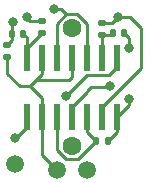
<source format=gbl>
%TF.GenerationSoftware,KiCad,Pcbnew,7.0.7*%
%TF.CreationDate,2023-12-15T10:30:33-05:00*%
%TF.ProjectId,Original Circle FES Device,4f726967-696e-4616-9c20-436972636c65,rev?*%
%TF.SameCoordinates,Original*%
%TF.FileFunction,Copper,L2,Bot*%
%TF.FilePolarity,Positive*%
%FSLAX46Y46*%
G04 Gerber Fmt 4.6, Leading zero omitted, Abs format (unit mm)*
G04 Created by KiCad (PCBNEW 7.0.7) date 2023-12-15 10:30:33*
%MOMM*%
%LPD*%
G01*
G04 APERTURE LIST*
G04 Aperture macros list*
%AMRoundRect*
0 Rectangle with rounded corners*
0 $1 Rounding radius*
0 $2 $3 $4 $5 $6 $7 $8 $9 X,Y pos of 4 corners*
0 Add a 4 corners polygon primitive as box body*
4,1,4,$2,$3,$4,$5,$6,$7,$8,$9,$2,$3,0*
0 Add four circle primitives for the rounded corners*
1,1,$1+$1,$2,$3*
1,1,$1+$1,$4,$5*
1,1,$1+$1,$6,$7*
1,1,$1+$1,$8,$9*
0 Add four rect primitives between the rounded corners*
20,1,$1+$1,$2,$3,$4,$5,0*
20,1,$1+$1,$4,$5,$6,$7,0*
20,1,$1+$1,$6,$7,$8,$9,0*
20,1,$1+$1,$8,$9,$2,$3,0*%
G04 Aperture macros list end*
%TA.AperFunction,ComponentPad*%
%ADD10C,1.200000*%
%TD*%
%TA.AperFunction,ConnectorPad*%
%ADD11C,1.500000*%
%TD*%
%TA.AperFunction,ComponentPad*%
%ADD12C,1.600200*%
%TD*%
%TA.AperFunction,SMDPad,CuDef*%
%ADD13RoundRect,0.140000X0.140000X0.170000X-0.140000X0.170000X-0.140000X-0.170000X0.140000X-0.170000X0*%
%TD*%
%TA.AperFunction,SMDPad,CuDef*%
%ADD14RoundRect,0.140000X-0.140000X-0.170000X0.140000X-0.170000X0.140000X0.170000X-0.140000X0.170000X0*%
%TD*%
%TA.AperFunction,SMDPad,CuDef*%
%ADD15RoundRect,0.135000X-0.185000X0.135000X-0.185000X-0.135000X0.185000X-0.135000X0.185000X0.135000X0*%
%TD*%
%TA.AperFunction,SMDPad,CuDef*%
%ADD16R,0.558800X2.286000*%
%TD*%
%TA.AperFunction,SMDPad,CuDef*%
%ADD17RoundRect,0.135000X0.185000X-0.135000X0.185000X0.135000X-0.185000X0.135000X-0.185000X-0.135000X0*%
%TD*%
%TA.AperFunction,SMDPad,CuDef*%
%ADD18RoundRect,0.135000X0.135000X0.185000X-0.135000X0.185000X-0.135000X-0.185000X0.135000X-0.185000X0*%
%TD*%
%TA.AperFunction,ViaPad*%
%ADD19C,0.800000*%
%TD*%
%TA.AperFunction,Conductor*%
%ADD20C,0.250000*%
%TD*%
G04 APERTURE END LIST*
D10*
%TO.P,RAT,1,1*%
%TO.N,Net-(Q3-C)*%
X113284000Y-113284000D03*
D11*
X113284000Y-113284000D03*
%TD*%
D10*
%TO.P,ON,1,1*%
%TO.N,Net-(R1-Pad1)*%
X116840000Y-113792000D03*
D11*
X116840000Y-113792000D03*
%TD*%
D10*
%TO.P,GND,1,1*%
%TO.N,0*%
X119380000Y-113792000D03*
D11*
X119380000Y-113792000D03*
%TD*%
D12*
%TO.P,+,1,+*%
%TO.N,+3.3V*%
X118110000Y-101760000D03*
%TO.P,+,2,-*%
%TO.N,0*%
X118110000Y-111760000D03*
%TD*%
D13*
%TO.P,C2,1*%
%TO.N,Net-(Q2-E)*%
X122527000Y-102235000D03*
%TO.P,C2,2*%
%TO.N,Net-(C2-Pad2)*%
X121567000Y-102235000D03*
%TD*%
D14*
%TO.P,C1,1*%
%TO.N,Net-(Q1-C)*%
X113058000Y-102260400D03*
%TO.P,C1,2*%
%TO.N,Net-(C1-Pad2)*%
X114018000Y-102260400D03*
%TD*%
D15*
%TO.P,R4,1*%
%TO.N,+3.3V*%
X120650000Y-101344000D03*
%TO.P,R4,2*%
%TO.N,Net-(C2-Pad2)*%
X120650000Y-102364000D03*
%TD*%
D16*
%TO.P,U1,1*%
%TO.N,Net-(C1-Pad2)*%
X114300000Y-104317800D03*
%TO.P,U1,2*%
%TO.N,Net-(R1-Pad1)*%
X115570000Y-104317800D03*
%TO.P,U1,3*%
%TO.N,Net-(R2-Pad2)*%
X116840000Y-104317800D03*
%TO.P,U1,4*%
%TO.N,Net-(R1-Pad1)*%
X118110000Y-104317800D03*
%TO.P,U1,5*%
%TO.N,Net-(R2-Pad2)*%
X119380000Y-104317800D03*
%TO.P,U1,6*%
%TO.N,Net-(C2-Pad2)*%
X120650000Y-104317800D03*
%TO.P,U1,7,GND*%
%TO.N,0*%
X121920000Y-104317800D03*
%TO.P,U1,8*%
%TO.N,Net-(C3-Pad2)*%
X121920000Y-109347000D03*
%TO.P,U1,9*%
%TO.N,+3.3V*%
X120650000Y-109347000D03*
%TO.P,U1,10*%
%TO.N,Net-(R5-Pad2)*%
X119380000Y-109347000D03*
%TO.P,U1,11*%
%TO.N,Net-(C4-Pad1)*%
X118110000Y-109347000D03*
%TO.P,U1,12*%
%TO.N,Net-(R5-Pad2)*%
X116840000Y-109347000D03*
%TO.P,U1,13*%
%TO.N,Net-(R1-Pad1)*%
X115570000Y-109347000D03*
%TO.P,U1,14,VCC*%
%TO.N,+3.3V*%
X114300000Y-109347000D03*
%TD*%
D17*
%TO.P,R1,1*%
%TO.N,Net-(R1-Pad1)*%
X112649000Y-104269000D03*
%TO.P,R1,2*%
%TO.N,Net-(Q1-C)*%
X112649000Y-103249000D03*
%TD*%
%TO.P,R3,1*%
%TO.N,Net-(C1-Pad2)*%
X115570000Y-102237000D03*
%TO.P,R3,2*%
%TO.N,+3.3V*%
X115570000Y-101217000D03*
%TD*%
D18*
%TO.P,R5,1*%
%TO.N,Net-(C3-Pad2)*%
X121160000Y-111379000D03*
%TO.P,R5,2*%
%TO.N,Net-(R5-Pad2)*%
X120140000Y-111379000D03*
%TD*%
D19*
%TO.N,Net-(Q1-C)*%
X113168877Y-101317530D03*
%TO.N,Net-(Q2-E)*%
X122936000Y-103505000D03*
%TO.N,0*%
X117602000Y-107569000D03*
%TO.N,Net-(C3-Pad2)*%
X122936000Y-107823000D03*
%TO.N,Net-(C4-Pad1)*%
X121322000Y-106680000D03*
%TO.N,Net-(R2-Pad2)*%
X116586000Y-100203000D03*
%TO.N,+3.3V*%
X113284000Y-111125000D03*
X114300000Y-100838000D03*
X122047000Y-100838000D03*
%TD*%
D20*
%TO.N,Net-(Q1-C)*%
X113058000Y-102260400D02*
X113058000Y-101428407D01*
X113058000Y-101428407D02*
X113168877Y-101317530D01*
X113058000Y-102840000D02*
X112649000Y-103249000D01*
X113058000Y-102260400D02*
X113058000Y-102840000D01*
%TO.N,Net-(C1-Pad2)*%
X114046000Y-102232400D02*
X114018000Y-102260400D01*
X114300000Y-104317800D02*
X114300000Y-102542400D01*
X114300000Y-104317800D02*
X114300000Y-103507000D01*
X114300000Y-102542400D02*
X114018000Y-102260400D01*
X114300000Y-103507000D02*
X115570000Y-102237000D01*
%TO.N,Net-(Q2-E)*%
X122936000Y-103505000D02*
X122936000Y-102644000D01*
X122936000Y-102644000D02*
X122527000Y-102235000D01*
%TO.N,Net-(C2-Pad2)*%
X120650000Y-102364000D02*
X121438000Y-102364000D01*
X121438000Y-102364000D02*
X121567000Y-102235000D01*
X120650000Y-104317800D02*
X120650000Y-102364000D01*
%TO.N,0*%
X117602000Y-107569000D02*
X119385200Y-105785800D01*
X121254400Y-105785800D02*
X121920000Y-105120200D01*
X121920000Y-105120200D02*
X121920000Y-104317800D01*
X119385200Y-105785800D02*
X121254400Y-105785800D01*
%TO.N,Net-(C3-Pad2)*%
X121920000Y-110619000D02*
X121160000Y-111379000D01*
X122936000Y-107823000D02*
X122936000Y-108331000D01*
X121920000Y-109347000D02*
X121920000Y-110619000D01*
X122936000Y-108331000D02*
X121920000Y-109347000D01*
%TO.N,Net-(C4-Pad1)*%
X118110000Y-108483400D02*
X119405400Y-107188000D01*
X118110000Y-109347000D02*
X118110000Y-108483400D01*
X119405400Y-107188000D02*
X119405400Y-107162600D01*
X119405400Y-107162600D02*
X119761000Y-106807000D01*
X119761000Y-106807000D02*
X121195000Y-106807000D01*
X121195000Y-106807000D02*
X121322000Y-106680000D01*
%TO.N,Net-(R1-Pad1)*%
X118110000Y-105943400D02*
X118110000Y-104317800D01*
X117856000Y-106197400D02*
X118110000Y-105943400D01*
X115570000Y-107721400D02*
X115570000Y-109347000D01*
X115062000Y-106197400D02*
X115570000Y-105689400D01*
X115570000Y-112522000D02*
X115570000Y-109347000D01*
X116840000Y-113792000D02*
X115570000Y-112522000D01*
X115570000Y-105689400D02*
X115570000Y-104317800D01*
X113690400Y-106705400D02*
X114554000Y-106705400D01*
X115062000Y-106197400D02*
X117856000Y-106197400D01*
X112649000Y-105664000D02*
X113690400Y-106705400D01*
X114554000Y-106705400D02*
X115062000Y-106197400D01*
X112649000Y-104269000D02*
X112649000Y-105664000D01*
X114554000Y-106705400D02*
X115570000Y-107721400D01*
%TO.N,Net-(R2-Pad2)*%
X117212068Y-100203000D02*
X116586000Y-100203000D01*
X116840000Y-101438868D02*
X117643968Y-100634900D01*
X116586000Y-100203000D02*
X116459000Y-100203000D01*
X116840000Y-104317800D02*
X116840000Y-101438868D01*
X118576032Y-100634900D02*
X119380000Y-101438868D01*
X117643968Y-100634900D02*
X118576032Y-100634900D01*
X119380000Y-101438868D02*
X119380000Y-104317800D01*
X117643968Y-100634900D02*
X117212068Y-100203000D01*
%TO.N,+3.3V*%
X114300000Y-109347000D02*
X114300000Y-110210600D01*
X121541000Y-101344000D02*
X122047000Y-100838000D01*
X114173000Y-100838000D02*
X114173000Y-100838000D01*
X114552000Y-101217000D02*
X114300000Y-100965000D01*
X114300000Y-110210600D02*
X113385600Y-111125000D01*
X117602000Y-101752400D02*
X118618000Y-101752400D01*
X123974400Y-101749400D02*
X123063000Y-100838000D01*
X114300000Y-100965000D02*
X114300000Y-100838000D01*
X120650000Y-108483400D02*
X123974400Y-105159000D01*
X115570000Y-101217000D02*
X114552000Y-101217000D01*
X120650000Y-101344000D02*
X121541000Y-101344000D01*
X113385600Y-111125000D02*
X113284000Y-111125000D01*
X123063000Y-100838000D02*
X122047000Y-100838000D01*
X123974400Y-105159000D02*
X123974400Y-101749400D01*
X114300000Y-100838000D02*
X114173000Y-100838000D01*
X120650000Y-109347000D02*
X120650000Y-108483400D01*
%TO.N,Net-(R5-Pad2)*%
X120140000Y-111379000D02*
X119380000Y-110619000D01*
X116840000Y-109347000D02*
X116840000Y-112081132D01*
X117661868Y-112903000D02*
X118616000Y-112903000D01*
X116840000Y-112081132D02*
X117661868Y-112903000D01*
X119380000Y-110619000D02*
X119380000Y-109347000D01*
X118616000Y-112903000D02*
X120140000Y-111379000D01*
%TD*%
M02*

</source>
